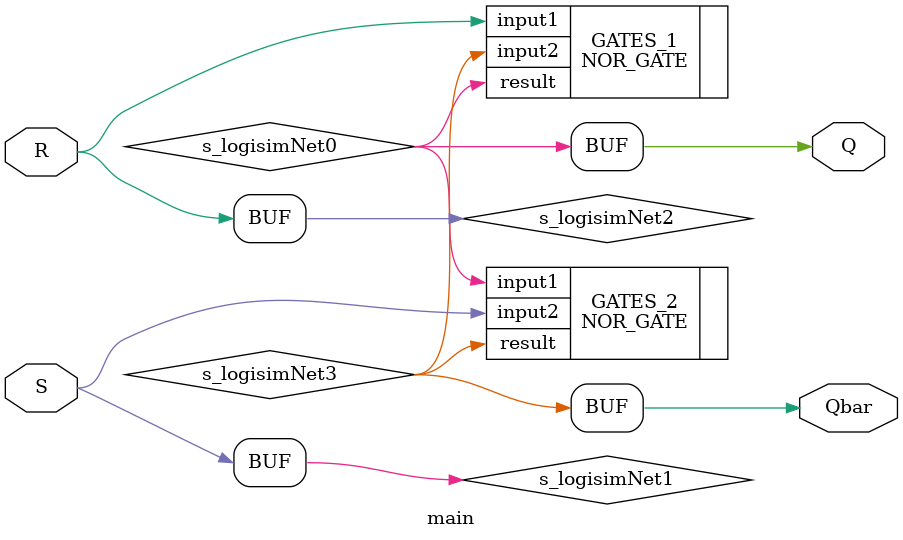
<source format=v>
/******************************************************************************
 ** Logisim-evolution goes FPGA automatic generated Verilog code             **
 ** https://github.com/logisim-evolution/                                    **
 **                                                                          **
 ** Component : main                                                         **
 **                                                                          **
 *****************************************************************************/

module main( Q,
             Qbar,
             R,
             S );

   /*******************************************************************************
   ** The inputs are defined here                                                **
   *******************************************************************************/
   input R;
   input S;

   /*******************************************************************************
   ** The outputs are defined here                                               **
   *******************************************************************************/
   output Q;
   output Qbar;

   /*******************************************************************************
   ** The wires are defined here                                                 **
   *******************************************************************************/
   wire s_logisimNet0;
   wire s_logisimNet1;
   wire s_logisimNet2;
   wire s_logisimNet3;

   /*******************************************************************************
   ** The module functionality is described here                                 **
   *******************************************************************************/

   /*******************************************************************************
   ** Here all input connections are defined                                     **
   *******************************************************************************/
   assign s_logisimNet1 = S;
   assign s_logisimNet2 = R;

   /*******************************************************************************
   ** Here all output connections are defined                                    **
   *******************************************************************************/
   assign Q    = s_logisimNet0;
   assign Qbar = s_logisimNet3;

   /*******************************************************************************
   ** Here all normal components are defined                                     **
   *******************************************************************************/
   NOR_GATE #(.BubblesMask(2'b00))
      GATES_1 (.input1(s_logisimNet2),
               .input2(s_logisimNet3),
               .result(s_logisimNet0));

   NOR_GATE #(.BubblesMask(2'b00))
      GATES_2 (.input1(s_logisimNet0),
               .input2(s_logisimNet1),
               .result(s_logisimNet3));


endmodule

</source>
